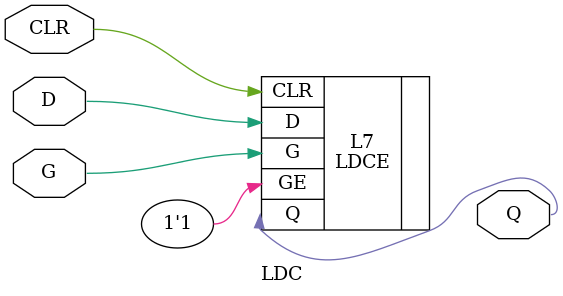
<source format=v>


`timescale  1 ps / 1 ps

module LDC (Q, G, CLR, D);

    parameter [0:0] INIT = 1'b0;

    output Q;

    input  G, CLR, D;

    wire Q;

    LDCE #(.INIT(INIT)) L7 (.Q(Q), .G(G), .GE(1'b1), .CLR(CLR), .D(D));

endmodule


</source>
